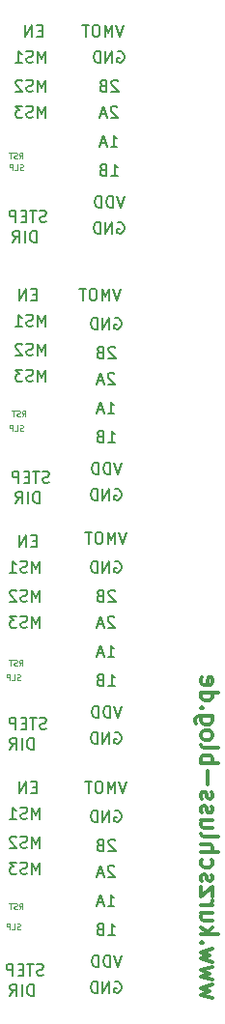
<source format=gbo>
G04 #@! TF.FileFunction,Legend,Bot*
%FSLAX46Y46*%
G04 Gerber Fmt 4.6, Leading zero omitted, Abs format (unit mm)*
G04 Created by KiCad (PCBNEW (2015-01-16 BZR 5376)-product) date 27.11.2015 11:03:23*
%MOMM*%
G01*
G04 APERTURE LIST*
%ADD10C,0.100000*%
%ADD11C,0.300000*%
%ADD12C,0.200000*%
G04 APERTURE END LIST*
D10*
D11*
X148276429Y-111897144D02*
X147276429Y-111611430D01*
X147990714Y-111325716D01*
X147276429Y-111040001D01*
X148276429Y-110754287D01*
X148276429Y-110325715D02*
X147276429Y-110040001D01*
X147990714Y-109754287D01*
X147276429Y-109468572D01*
X148276429Y-109182858D01*
X148276429Y-108754286D02*
X147276429Y-108468572D01*
X147990714Y-108182858D01*
X147276429Y-107897143D01*
X148276429Y-107611429D01*
X147419286Y-107040000D02*
X147347857Y-106968572D01*
X147276429Y-107040000D01*
X147347857Y-107111429D01*
X147419286Y-107040000D01*
X147276429Y-107040000D01*
X147276429Y-106325714D02*
X148776429Y-106325714D01*
X147847857Y-106182857D02*
X147276429Y-105754286D01*
X148276429Y-105754286D02*
X147705000Y-106325714D01*
X148276429Y-104468571D02*
X147276429Y-104468571D01*
X148276429Y-105111428D02*
X147490714Y-105111428D01*
X147347857Y-105040000D01*
X147276429Y-104897142D01*
X147276429Y-104682857D01*
X147347857Y-104540000D01*
X147419286Y-104468571D01*
X147276429Y-103754285D02*
X148276429Y-103754285D01*
X147990714Y-103754285D02*
X148133571Y-103682857D01*
X148205000Y-103611428D01*
X148276429Y-103468571D01*
X148276429Y-103325714D01*
X148276429Y-102968571D02*
X148276429Y-102182857D01*
X147276429Y-102968571D01*
X147276429Y-102182857D01*
X147347857Y-101682857D02*
X147276429Y-101540000D01*
X147276429Y-101254285D01*
X147347857Y-101111428D01*
X147490714Y-101040000D01*
X147562143Y-101040000D01*
X147705000Y-101111428D01*
X147776429Y-101254285D01*
X147776429Y-101468571D01*
X147847857Y-101611428D01*
X147990714Y-101682857D01*
X148062143Y-101682857D01*
X148205000Y-101611428D01*
X148276429Y-101468571D01*
X148276429Y-101254285D01*
X148205000Y-101111428D01*
X147347857Y-99754285D02*
X147276429Y-99897142D01*
X147276429Y-100182856D01*
X147347857Y-100325714D01*
X147419286Y-100397142D01*
X147562143Y-100468571D01*
X147990714Y-100468571D01*
X148133571Y-100397142D01*
X148205000Y-100325714D01*
X148276429Y-100182856D01*
X148276429Y-99897142D01*
X148205000Y-99754285D01*
X147276429Y-99111428D02*
X148776429Y-99111428D01*
X147276429Y-98468571D02*
X148062143Y-98468571D01*
X148205000Y-98540000D01*
X148276429Y-98682857D01*
X148276429Y-98897142D01*
X148205000Y-99040000D01*
X148133571Y-99111428D01*
X147276429Y-97539999D02*
X147347857Y-97682857D01*
X147490714Y-97754285D01*
X148776429Y-97754285D01*
X148276429Y-96325714D02*
X147276429Y-96325714D01*
X148276429Y-96968571D02*
X147490714Y-96968571D01*
X147347857Y-96897143D01*
X147276429Y-96754285D01*
X147276429Y-96540000D01*
X147347857Y-96397143D01*
X147419286Y-96325714D01*
X147347857Y-95682857D02*
X147276429Y-95540000D01*
X147276429Y-95254285D01*
X147347857Y-95111428D01*
X147490714Y-95040000D01*
X147562143Y-95040000D01*
X147705000Y-95111428D01*
X147776429Y-95254285D01*
X147776429Y-95468571D01*
X147847857Y-95611428D01*
X147990714Y-95682857D01*
X148062143Y-95682857D01*
X148205000Y-95611428D01*
X148276429Y-95468571D01*
X148276429Y-95254285D01*
X148205000Y-95111428D01*
X147347857Y-94468571D02*
X147276429Y-94325714D01*
X147276429Y-94039999D01*
X147347857Y-93897142D01*
X147490714Y-93825714D01*
X147562143Y-93825714D01*
X147705000Y-93897142D01*
X147776429Y-94039999D01*
X147776429Y-94254285D01*
X147847857Y-94397142D01*
X147990714Y-94468571D01*
X148062143Y-94468571D01*
X148205000Y-94397142D01*
X148276429Y-94254285D01*
X148276429Y-94039999D01*
X148205000Y-93897142D01*
X147847857Y-93182856D02*
X147847857Y-92039999D01*
X147276429Y-91325713D02*
X148776429Y-91325713D01*
X148205000Y-91325713D02*
X148276429Y-91182856D01*
X148276429Y-90897142D01*
X148205000Y-90754285D01*
X148133571Y-90682856D01*
X147990714Y-90611427D01*
X147562143Y-90611427D01*
X147419286Y-90682856D01*
X147347857Y-90754285D01*
X147276429Y-90897142D01*
X147276429Y-91182856D01*
X147347857Y-91325713D01*
X147276429Y-89754284D02*
X147347857Y-89897142D01*
X147490714Y-89968570D01*
X148776429Y-89968570D01*
X147276429Y-88968570D02*
X147347857Y-89111428D01*
X147419286Y-89182856D01*
X147562143Y-89254285D01*
X147990714Y-89254285D01*
X148133571Y-89182856D01*
X148205000Y-89111428D01*
X148276429Y-88968570D01*
X148276429Y-88754285D01*
X148205000Y-88611428D01*
X148133571Y-88539999D01*
X147990714Y-88468570D01*
X147562143Y-88468570D01*
X147419286Y-88539999D01*
X147347857Y-88611428D01*
X147276429Y-88754285D01*
X147276429Y-88968570D01*
X148276429Y-87182856D02*
X147062143Y-87182856D01*
X146919286Y-87254285D01*
X146847857Y-87325713D01*
X146776429Y-87468570D01*
X146776429Y-87682856D01*
X146847857Y-87825713D01*
X147347857Y-87182856D02*
X147276429Y-87325713D01*
X147276429Y-87611427D01*
X147347857Y-87754285D01*
X147419286Y-87825713D01*
X147562143Y-87897142D01*
X147990714Y-87897142D01*
X148133571Y-87825713D01*
X148205000Y-87754285D01*
X148276429Y-87611427D01*
X148276429Y-87325713D01*
X148205000Y-87182856D01*
X147419286Y-86468570D02*
X147347857Y-86397142D01*
X147276429Y-86468570D01*
X147347857Y-86539999D01*
X147419286Y-86468570D01*
X147276429Y-86468570D01*
X147276429Y-85111427D02*
X148776429Y-85111427D01*
X147347857Y-85111427D02*
X147276429Y-85254284D01*
X147276429Y-85539998D01*
X147347857Y-85682856D01*
X147419286Y-85754284D01*
X147562143Y-85825713D01*
X147990714Y-85825713D01*
X148133571Y-85754284D01*
X148205000Y-85682856D01*
X148276429Y-85539998D01*
X148276429Y-85254284D01*
X148205000Y-85111427D01*
X147347857Y-83825713D02*
X147276429Y-83968570D01*
X147276429Y-84254284D01*
X147347857Y-84397141D01*
X147490714Y-84468570D01*
X148062143Y-84468570D01*
X148205000Y-84397141D01*
X148276429Y-84254284D01*
X148276429Y-83968570D01*
X148205000Y-83825713D01*
X148062143Y-83754284D01*
X147919286Y-83754284D01*
X147776429Y-84468570D01*
D10*
X131405238Y-84022381D02*
X131333809Y-84046190D01*
X131214762Y-84046190D01*
X131167143Y-84022381D01*
X131143333Y-83998571D01*
X131119524Y-83950952D01*
X131119524Y-83903333D01*
X131143333Y-83855714D01*
X131167143Y-83831905D01*
X131214762Y-83808095D01*
X131310000Y-83784286D01*
X131357619Y-83760476D01*
X131381428Y-83736667D01*
X131405238Y-83689048D01*
X131405238Y-83641429D01*
X131381428Y-83593810D01*
X131357619Y-83570000D01*
X131310000Y-83546190D01*
X131190952Y-83546190D01*
X131119524Y-83570000D01*
X130667143Y-84046190D02*
X130905238Y-84046190D01*
X130905238Y-83546190D01*
X130500476Y-84046190D02*
X130500476Y-83546190D01*
X130310000Y-83546190D01*
X130262381Y-83570000D01*
X130238572Y-83593810D01*
X130214762Y-83641429D01*
X130214762Y-83712857D01*
X130238572Y-83760476D01*
X130262381Y-83784286D01*
X130310000Y-83808095D01*
X130500476Y-83808095D01*
X131337809Y-82776190D02*
X131504476Y-82538095D01*
X131623523Y-82776190D02*
X131623523Y-82276190D01*
X131433047Y-82276190D01*
X131385428Y-82300000D01*
X131361619Y-82323810D01*
X131337809Y-82371429D01*
X131337809Y-82442857D01*
X131361619Y-82490476D01*
X131385428Y-82514286D01*
X131433047Y-82538095D01*
X131623523Y-82538095D01*
X131147333Y-82752381D02*
X131075904Y-82776190D01*
X130956857Y-82776190D01*
X130909238Y-82752381D01*
X130885428Y-82728571D01*
X130861619Y-82680952D01*
X130861619Y-82633333D01*
X130885428Y-82585714D01*
X130909238Y-82561905D01*
X130956857Y-82538095D01*
X131052095Y-82514286D01*
X131099714Y-82490476D01*
X131123523Y-82466667D01*
X131147333Y-82419048D01*
X131147333Y-82371429D01*
X131123523Y-82323810D01*
X131099714Y-82300000D01*
X131052095Y-82276190D01*
X130933047Y-82276190D01*
X130861619Y-82300000D01*
X130718762Y-82276190D02*
X130433048Y-82276190D01*
X130575905Y-82776190D02*
X130575905Y-82276190D01*
D12*
X133111714Y-79446381D02*
X133111714Y-78446381D01*
X132778380Y-79160667D01*
X132445047Y-78446381D01*
X132445047Y-79446381D01*
X132016476Y-79398762D02*
X131873619Y-79446381D01*
X131635523Y-79446381D01*
X131540285Y-79398762D01*
X131492666Y-79351143D01*
X131445047Y-79255905D01*
X131445047Y-79160667D01*
X131492666Y-79065429D01*
X131540285Y-79017810D01*
X131635523Y-78970190D01*
X131826000Y-78922571D01*
X131921238Y-78874952D01*
X131968857Y-78827333D01*
X132016476Y-78732095D01*
X132016476Y-78636857D01*
X131968857Y-78541619D01*
X131921238Y-78494000D01*
X131826000Y-78446381D01*
X131587904Y-78446381D01*
X131445047Y-78494000D01*
X131111714Y-78446381D02*
X130492666Y-78446381D01*
X130826000Y-78827333D01*
X130683142Y-78827333D01*
X130587904Y-78874952D01*
X130540285Y-78922571D01*
X130492666Y-79017810D01*
X130492666Y-79255905D01*
X130540285Y-79351143D01*
X130587904Y-79398762D01*
X130683142Y-79446381D01*
X130968857Y-79446381D01*
X131064095Y-79398762D01*
X131111714Y-79351143D01*
X133111714Y-77160381D02*
X133111714Y-76160381D01*
X132778380Y-76874667D01*
X132445047Y-76160381D01*
X132445047Y-77160381D01*
X132016476Y-77112762D02*
X131873619Y-77160381D01*
X131635523Y-77160381D01*
X131540285Y-77112762D01*
X131492666Y-77065143D01*
X131445047Y-76969905D01*
X131445047Y-76874667D01*
X131492666Y-76779429D01*
X131540285Y-76731810D01*
X131635523Y-76684190D01*
X131826000Y-76636571D01*
X131921238Y-76588952D01*
X131968857Y-76541333D01*
X132016476Y-76446095D01*
X132016476Y-76350857D01*
X131968857Y-76255619D01*
X131921238Y-76208000D01*
X131826000Y-76160381D01*
X131587904Y-76160381D01*
X131445047Y-76208000D01*
X131064095Y-76255619D02*
X131016476Y-76208000D01*
X130921238Y-76160381D01*
X130683142Y-76160381D01*
X130587904Y-76208000D01*
X130540285Y-76255619D01*
X130492666Y-76350857D01*
X130492666Y-76446095D01*
X130540285Y-76588952D01*
X131111714Y-77160381D01*
X130492666Y-77160381D01*
X133111714Y-74620381D02*
X133111714Y-73620381D01*
X132778380Y-74334667D01*
X132445047Y-73620381D01*
X132445047Y-74620381D01*
X132016476Y-74572762D02*
X131873619Y-74620381D01*
X131635523Y-74620381D01*
X131540285Y-74572762D01*
X131492666Y-74525143D01*
X131445047Y-74429905D01*
X131445047Y-74334667D01*
X131492666Y-74239429D01*
X131540285Y-74191810D01*
X131635523Y-74144190D01*
X131826000Y-74096571D01*
X131921238Y-74048952D01*
X131968857Y-74001333D01*
X132016476Y-73906095D01*
X132016476Y-73810857D01*
X131968857Y-73715619D01*
X131921238Y-73668000D01*
X131826000Y-73620381D01*
X131587904Y-73620381D01*
X131445047Y-73668000D01*
X130492666Y-74620381D02*
X131064095Y-74620381D01*
X130778381Y-74620381D02*
X130778381Y-73620381D01*
X130873619Y-73763238D01*
X130968857Y-73858476D01*
X131064095Y-73906095D01*
X132818095Y-71810571D02*
X132484761Y-71810571D01*
X132341904Y-72334381D02*
X132818095Y-72334381D01*
X132818095Y-71334381D01*
X132341904Y-71334381D01*
X131913333Y-72334381D02*
X131913333Y-71334381D01*
X131341904Y-72334381D01*
X131341904Y-71334381D01*
X133699048Y-88288762D02*
X133556191Y-88336381D01*
X133318095Y-88336381D01*
X133222857Y-88288762D01*
X133175238Y-88241143D01*
X133127619Y-88145905D01*
X133127619Y-88050667D01*
X133175238Y-87955429D01*
X133222857Y-87907810D01*
X133318095Y-87860190D01*
X133508572Y-87812571D01*
X133603810Y-87764952D01*
X133651429Y-87717333D01*
X133699048Y-87622095D01*
X133699048Y-87526857D01*
X133651429Y-87431619D01*
X133603810Y-87384000D01*
X133508572Y-87336381D01*
X133270476Y-87336381D01*
X133127619Y-87384000D01*
X132841905Y-87336381D02*
X132270476Y-87336381D01*
X132556191Y-88336381D02*
X132556191Y-87336381D01*
X131937143Y-87812571D02*
X131603809Y-87812571D01*
X131460952Y-88336381D02*
X131937143Y-88336381D01*
X131937143Y-87336381D01*
X131460952Y-87336381D01*
X131032381Y-88336381D02*
X131032381Y-87336381D01*
X130651428Y-87336381D01*
X130556190Y-87384000D01*
X130508571Y-87431619D01*
X130460952Y-87526857D01*
X130460952Y-87669714D01*
X130508571Y-87764952D01*
X130556190Y-87812571D01*
X130651428Y-87860190D01*
X131032381Y-87860190D01*
X132572000Y-90114381D02*
X132572000Y-89114381D01*
X132333905Y-89114381D01*
X132191047Y-89162000D01*
X132095809Y-89257238D01*
X132048190Y-89352476D01*
X132000571Y-89542952D01*
X132000571Y-89685810D01*
X132048190Y-89876286D01*
X132095809Y-89971524D01*
X132191047Y-90066762D01*
X132333905Y-90114381D01*
X132572000Y-90114381D01*
X131572000Y-90114381D02*
X131572000Y-89114381D01*
X130524381Y-90114381D02*
X130857715Y-89638190D01*
X131095810Y-90114381D02*
X131095810Y-89114381D01*
X130714857Y-89114381D01*
X130619619Y-89162000D01*
X130572000Y-89209619D01*
X130524381Y-89304857D01*
X130524381Y-89447714D01*
X130572000Y-89542952D01*
X130619619Y-89590571D01*
X130714857Y-89638190D01*
X131095810Y-89638190D01*
X139699904Y-88654000D02*
X139795142Y-88606381D01*
X139937999Y-88606381D01*
X140080857Y-88654000D01*
X140176095Y-88749238D01*
X140223714Y-88844476D01*
X140271333Y-89034952D01*
X140271333Y-89177810D01*
X140223714Y-89368286D01*
X140176095Y-89463524D01*
X140080857Y-89558762D01*
X139937999Y-89606381D01*
X139842761Y-89606381D01*
X139699904Y-89558762D01*
X139652285Y-89511143D01*
X139652285Y-89177810D01*
X139842761Y-89177810D01*
X139223714Y-89606381D02*
X139223714Y-88606381D01*
X138652285Y-89606381D01*
X138652285Y-88606381D01*
X138176095Y-89606381D02*
X138176095Y-88606381D01*
X137938000Y-88606381D01*
X137795142Y-88654000D01*
X137699904Y-88749238D01*
X137652285Y-88844476D01*
X137604666Y-89034952D01*
X137604666Y-89177810D01*
X137652285Y-89368286D01*
X137699904Y-89463524D01*
X137795142Y-89558762D01*
X137938000Y-89606381D01*
X138176095Y-89606381D01*
X140271333Y-86320381D02*
X139938000Y-87320381D01*
X139604666Y-86320381D01*
X139271333Y-87320381D02*
X139271333Y-86320381D01*
X139033238Y-86320381D01*
X138890380Y-86368000D01*
X138795142Y-86463238D01*
X138747523Y-86558476D01*
X138699904Y-86748952D01*
X138699904Y-86891810D01*
X138747523Y-87082286D01*
X138795142Y-87177524D01*
X138890380Y-87272762D01*
X139033238Y-87320381D01*
X139271333Y-87320381D01*
X138271333Y-87320381D02*
X138271333Y-86320381D01*
X138033238Y-86320381D01*
X137890380Y-86368000D01*
X137795142Y-86463238D01*
X137747523Y-86558476D01*
X137699904Y-86748952D01*
X137699904Y-86891810D01*
X137747523Y-87082286D01*
X137795142Y-87177524D01*
X137890380Y-87272762D01*
X138033238Y-87320381D01*
X138271333Y-87320381D01*
X139152285Y-84526381D02*
X139723714Y-84526381D01*
X139438000Y-84526381D02*
X139438000Y-83526381D01*
X139533238Y-83669238D01*
X139628476Y-83764476D01*
X139723714Y-83812095D01*
X138390380Y-84002571D02*
X138247523Y-84050190D01*
X138199904Y-84097810D01*
X138152285Y-84193048D01*
X138152285Y-84335905D01*
X138199904Y-84431143D01*
X138247523Y-84478762D01*
X138342761Y-84526381D01*
X138723714Y-84526381D01*
X138723714Y-83526381D01*
X138390380Y-83526381D01*
X138295142Y-83574000D01*
X138247523Y-83621619D01*
X138199904Y-83716857D01*
X138199904Y-83812095D01*
X138247523Y-83907333D01*
X138295142Y-83954952D01*
X138390380Y-84002571D01*
X138723714Y-84002571D01*
X139080857Y-81986381D02*
X139652286Y-81986381D01*
X139366572Y-81986381D02*
X139366572Y-80986381D01*
X139461810Y-81129238D01*
X139557048Y-81224476D01*
X139652286Y-81272095D01*
X138699905Y-81700667D02*
X138223714Y-81700667D01*
X138795143Y-81986381D02*
X138461810Y-80986381D01*
X138128476Y-81986381D01*
X139652286Y-78541619D02*
X139604667Y-78494000D01*
X139509429Y-78446381D01*
X139271333Y-78446381D01*
X139176095Y-78494000D01*
X139128476Y-78541619D01*
X139080857Y-78636857D01*
X139080857Y-78732095D01*
X139128476Y-78874952D01*
X139699905Y-79446381D01*
X139080857Y-79446381D01*
X138699905Y-79160667D02*
X138223714Y-79160667D01*
X138795143Y-79446381D02*
X138461810Y-78446381D01*
X138128476Y-79446381D01*
X139723714Y-76255619D02*
X139676095Y-76208000D01*
X139580857Y-76160381D01*
X139342761Y-76160381D01*
X139247523Y-76208000D01*
X139199904Y-76255619D01*
X139152285Y-76350857D01*
X139152285Y-76446095D01*
X139199904Y-76588952D01*
X139771333Y-77160381D01*
X139152285Y-77160381D01*
X138390380Y-76636571D02*
X138247523Y-76684190D01*
X138199904Y-76731810D01*
X138152285Y-76827048D01*
X138152285Y-76969905D01*
X138199904Y-77065143D01*
X138247523Y-77112762D01*
X138342761Y-77160381D01*
X138723714Y-77160381D01*
X138723714Y-76160381D01*
X138390380Y-76160381D01*
X138295142Y-76208000D01*
X138247523Y-76255619D01*
X138199904Y-76350857D01*
X138199904Y-76446095D01*
X138247523Y-76541333D01*
X138295142Y-76588952D01*
X138390380Y-76636571D01*
X138723714Y-76636571D01*
X139699904Y-73668000D02*
X139795142Y-73620381D01*
X139937999Y-73620381D01*
X140080857Y-73668000D01*
X140176095Y-73763238D01*
X140223714Y-73858476D01*
X140271333Y-74048952D01*
X140271333Y-74191810D01*
X140223714Y-74382286D01*
X140176095Y-74477524D01*
X140080857Y-74572762D01*
X139937999Y-74620381D01*
X139842761Y-74620381D01*
X139699904Y-74572762D01*
X139652285Y-74525143D01*
X139652285Y-74191810D01*
X139842761Y-74191810D01*
X139223714Y-74620381D02*
X139223714Y-73620381D01*
X138652285Y-74620381D01*
X138652285Y-73620381D01*
X138176095Y-74620381D02*
X138176095Y-73620381D01*
X137938000Y-73620381D01*
X137795142Y-73668000D01*
X137699904Y-73763238D01*
X137652285Y-73858476D01*
X137604666Y-74048952D01*
X137604666Y-74191810D01*
X137652285Y-74382286D01*
X137699904Y-74477524D01*
X137795142Y-74572762D01*
X137938000Y-74620381D01*
X138176095Y-74620381D01*
X140747524Y-71080381D02*
X140414191Y-72080381D01*
X140080857Y-71080381D01*
X139747524Y-72080381D02*
X139747524Y-71080381D01*
X139414190Y-71794667D01*
X139080857Y-71080381D01*
X139080857Y-72080381D01*
X138414191Y-71080381D02*
X138223714Y-71080381D01*
X138128476Y-71128000D01*
X138033238Y-71223238D01*
X137985619Y-71413714D01*
X137985619Y-71747048D01*
X138033238Y-71937524D01*
X138128476Y-72032762D01*
X138223714Y-72080381D01*
X138414191Y-72080381D01*
X138509429Y-72032762D01*
X138604667Y-71937524D01*
X138652286Y-71747048D01*
X138652286Y-71413714D01*
X138604667Y-71223238D01*
X138509429Y-71128000D01*
X138414191Y-71080381D01*
X137699905Y-71080381D02*
X137128476Y-71080381D01*
X137414191Y-72080381D02*
X137414191Y-71080381D01*
D10*
X131405238Y-105866381D02*
X131333809Y-105890190D01*
X131214762Y-105890190D01*
X131167143Y-105866381D01*
X131143333Y-105842571D01*
X131119524Y-105794952D01*
X131119524Y-105747333D01*
X131143333Y-105699714D01*
X131167143Y-105675905D01*
X131214762Y-105652095D01*
X131310000Y-105628286D01*
X131357619Y-105604476D01*
X131381428Y-105580667D01*
X131405238Y-105533048D01*
X131405238Y-105485429D01*
X131381428Y-105437810D01*
X131357619Y-105414000D01*
X131310000Y-105390190D01*
X131190952Y-105390190D01*
X131119524Y-105414000D01*
X130667143Y-105890190D02*
X130905238Y-105890190D01*
X130905238Y-105390190D01*
X130500476Y-105890190D02*
X130500476Y-105390190D01*
X130310000Y-105390190D01*
X130262381Y-105414000D01*
X130238572Y-105437810D01*
X130214762Y-105485429D01*
X130214762Y-105556857D01*
X130238572Y-105604476D01*
X130262381Y-105628286D01*
X130310000Y-105652095D01*
X130500476Y-105652095D01*
X131337809Y-104112190D02*
X131504476Y-103874095D01*
X131623523Y-104112190D02*
X131623523Y-103612190D01*
X131433047Y-103612190D01*
X131385428Y-103636000D01*
X131361619Y-103659810D01*
X131337809Y-103707429D01*
X131337809Y-103778857D01*
X131361619Y-103826476D01*
X131385428Y-103850286D01*
X131433047Y-103874095D01*
X131623523Y-103874095D01*
X131147333Y-104088381D02*
X131075904Y-104112190D01*
X130956857Y-104112190D01*
X130909238Y-104088381D01*
X130885428Y-104064571D01*
X130861619Y-104016952D01*
X130861619Y-103969333D01*
X130885428Y-103921714D01*
X130909238Y-103897905D01*
X130956857Y-103874095D01*
X131052095Y-103850286D01*
X131099714Y-103826476D01*
X131123523Y-103802667D01*
X131147333Y-103755048D01*
X131147333Y-103707429D01*
X131123523Y-103659810D01*
X131099714Y-103636000D01*
X131052095Y-103612190D01*
X130933047Y-103612190D01*
X130861619Y-103636000D01*
X130718762Y-103612190D02*
X130433048Y-103612190D01*
X130575905Y-104112190D02*
X130575905Y-103612190D01*
D12*
X133111714Y-101036381D02*
X133111714Y-100036381D01*
X132778380Y-100750667D01*
X132445047Y-100036381D01*
X132445047Y-101036381D01*
X132016476Y-100988762D02*
X131873619Y-101036381D01*
X131635523Y-101036381D01*
X131540285Y-100988762D01*
X131492666Y-100941143D01*
X131445047Y-100845905D01*
X131445047Y-100750667D01*
X131492666Y-100655429D01*
X131540285Y-100607810D01*
X131635523Y-100560190D01*
X131826000Y-100512571D01*
X131921238Y-100464952D01*
X131968857Y-100417333D01*
X132016476Y-100322095D01*
X132016476Y-100226857D01*
X131968857Y-100131619D01*
X131921238Y-100084000D01*
X131826000Y-100036381D01*
X131587904Y-100036381D01*
X131445047Y-100084000D01*
X131111714Y-100036381D02*
X130492666Y-100036381D01*
X130826000Y-100417333D01*
X130683142Y-100417333D01*
X130587904Y-100464952D01*
X130540285Y-100512571D01*
X130492666Y-100607810D01*
X130492666Y-100845905D01*
X130540285Y-100941143D01*
X130587904Y-100988762D01*
X130683142Y-101036381D01*
X130968857Y-101036381D01*
X131064095Y-100988762D01*
X131111714Y-100941143D01*
X133111714Y-98750381D02*
X133111714Y-97750381D01*
X132778380Y-98464667D01*
X132445047Y-97750381D01*
X132445047Y-98750381D01*
X132016476Y-98702762D02*
X131873619Y-98750381D01*
X131635523Y-98750381D01*
X131540285Y-98702762D01*
X131492666Y-98655143D01*
X131445047Y-98559905D01*
X131445047Y-98464667D01*
X131492666Y-98369429D01*
X131540285Y-98321810D01*
X131635523Y-98274190D01*
X131826000Y-98226571D01*
X131921238Y-98178952D01*
X131968857Y-98131333D01*
X132016476Y-98036095D01*
X132016476Y-97940857D01*
X131968857Y-97845619D01*
X131921238Y-97798000D01*
X131826000Y-97750381D01*
X131587904Y-97750381D01*
X131445047Y-97798000D01*
X131064095Y-97845619D02*
X131016476Y-97798000D01*
X130921238Y-97750381D01*
X130683142Y-97750381D01*
X130587904Y-97798000D01*
X130540285Y-97845619D01*
X130492666Y-97940857D01*
X130492666Y-98036095D01*
X130540285Y-98178952D01*
X131111714Y-98750381D01*
X130492666Y-98750381D01*
X133111714Y-96210381D02*
X133111714Y-95210381D01*
X132778380Y-95924667D01*
X132445047Y-95210381D01*
X132445047Y-96210381D01*
X132016476Y-96162762D02*
X131873619Y-96210381D01*
X131635523Y-96210381D01*
X131540285Y-96162762D01*
X131492666Y-96115143D01*
X131445047Y-96019905D01*
X131445047Y-95924667D01*
X131492666Y-95829429D01*
X131540285Y-95781810D01*
X131635523Y-95734190D01*
X131826000Y-95686571D01*
X131921238Y-95638952D01*
X131968857Y-95591333D01*
X132016476Y-95496095D01*
X132016476Y-95400857D01*
X131968857Y-95305619D01*
X131921238Y-95258000D01*
X131826000Y-95210381D01*
X131587904Y-95210381D01*
X131445047Y-95258000D01*
X130492666Y-96210381D02*
X131064095Y-96210381D01*
X130778381Y-96210381D02*
X130778381Y-95210381D01*
X130873619Y-95353238D01*
X130968857Y-95448476D01*
X131064095Y-95496095D01*
X132818095Y-93400571D02*
X132484761Y-93400571D01*
X132341904Y-93924381D02*
X132818095Y-93924381D01*
X132818095Y-92924381D01*
X132341904Y-92924381D01*
X131913333Y-93924381D02*
X131913333Y-92924381D01*
X131341904Y-93924381D01*
X131341904Y-92924381D01*
X133445048Y-109878762D02*
X133302191Y-109926381D01*
X133064095Y-109926381D01*
X132968857Y-109878762D01*
X132921238Y-109831143D01*
X132873619Y-109735905D01*
X132873619Y-109640667D01*
X132921238Y-109545429D01*
X132968857Y-109497810D01*
X133064095Y-109450190D01*
X133254572Y-109402571D01*
X133349810Y-109354952D01*
X133397429Y-109307333D01*
X133445048Y-109212095D01*
X133445048Y-109116857D01*
X133397429Y-109021619D01*
X133349810Y-108974000D01*
X133254572Y-108926381D01*
X133016476Y-108926381D01*
X132873619Y-108974000D01*
X132587905Y-108926381D02*
X132016476Y-108926381D01*
X132302191Y-109926381D02*
X132302191Y-108926381D01*
X131683143Y-109402571D02*
X131349809Y-109402571D01*
X131206952Y-109926381D02*
X131683143Y-109926381D01*
X131683143Y-108926381D01*
X131206952Y-108926381D01*
X130778381Y-109926381D02*
X130778381Y-108926381D01*
X130397428Y-108926381D01*
X130302190Y-108974000D01*
X130254571Y-109021619D01*
X130206952Y-109116857D01*
X130206952Y-109259714D01*
X130254571Y-109354952D01*
X130302190Y-109402571D01*
X130397428Y-109450190D01*
X130778381Y-109450190D01*
X132572000Y-111704381D02*
X132572000Y-110704381D01*
X132333905Y-110704381D01*
X132191047Y-110752000D01*
X132095809Y-110847238D01*
X132048190Y-110942476D01*
X132000571Y-111132952D01*
X132000571Y-111275810D01*
X132048190Y-111466286D01*
X132095809Y-111561524D01*
X132191047Y-111656762D01*
X132333905Y-111704381D01*
X132572000Y-111704381D01*
X131572000Y-111704381D02*
X131572000Y-110704381D01*
X130524381Y-111704381D02*
X130857715Y-111228190D01*
X131095810Y-111704381D02*
X131095810Y-110704381D01*
X130714857Y-110704381D01*
X130619619Y-110752000D01*
X130572000Y-110799619D01*
X130524381Y-110894857D01*
X130524381Y-111037714D01*
X130572000Y-111132952D01*
X130619619Y-111180571D01*
X130714857Y-111228190D01*
X131095810Y-111228190D01*
X139699904Y-110498000D02*
X139795142Y-110450381D01*
X139937999Y-110450381D01*
X140080857Y-110498000D01*
X140176095Y-110593238D01*
X140223714Y-110688476D01*
X140271333Y-110878952D01*
X140271333Y-111021810D01*
X140223714Y-111212286D01*
X140176095Y-111307524D01*
X140080857Y-111402762D01*
X139937999Y-111450381D01*
X139842761Y-111450381D01*
X139699904Y-111402762D01*
X139652285Y-111355143D01*
X139652285Y-111021810D01*
X139842761Y-111021810D01*
X139223714Y-111450381D02*
X139223714Y-110450381D01*
X138652285Y-111450381D01*
X138652285Y-110450381D01*
X138176095Y-111450381D02*
X138176095Y-110450381D01*
X137938000Y-110450381D01*
X137795142Y-110498000D01*
X137699904Y-110593238D01*
X137652285Y-110688476D01*
X137604666Y-110878952D01*
X137604666Y-111021810D01*
X137652285Y-111212286D01*
X137699904Y-111307524D01*
X137795142Y-111402762D01*
X137938000Y-111450381D01*
X138176095Y-111450381D01*
X140271333Y-108164381D02*
X139938000Y-109164381D01*
X139604666Y-108164381D01*
X139271333Y-109164381D02*
X139271333Y-108164381D01*
X139033238Y-108164381D01*
X138890380Y-108212000D01*
X138795142Y-108307238D01*
X138747523Y-108402476D01*
X138699904Y-108592952D01*
X138699904Y-108735810D01*
X138747523Y-108926286D01*
X138795142Y-109021524D01*
X138890380Y-109116762D01*
X139033238Y-109164381D01*
X139271333Y-109164381D01*
X138271333Y-109164381D02*
X138271333Y-108164381D01*
X138033238Y-108164381D01*
X137890380Y-108212000D01*
X137795142Y-108307238D01*
X137747523Y-108402476D01*
X137699904Y-108592952D01*
X137699904Y-108735810D01*
X137747523Y-108926286D01*
X137795142Y-109021524D01*
X137890380Y-109116762D01*
X138033238Y-109164381D01*
X138271333Y-109164381D01*
X139152285Y-106370381D02*
X139723714Y-106370381D01*
X139438000Y-106370381D02*
X139438000Y-105370381D01*
X139533238Y-105513238D01*
X139628476Y-105608476D01*
X139723714Y-105656095D01*
X138390380Y-105846571D02*
X138247523Y-105894190D01*
X138199904Y-105941810D01*
X138152285Y-106037048D01*
X138152285Y-106179905D01*
X138199904Y-106275143D01*
X138247523Y-106322762D01*
X138342761Y-106370381D01*
X138723714Y-106370381D01*
X138723714Y-105370381D01*
X138390380Y-105370381D01*
X138295142Y-105418000D01*
X138247523Y-105465619D01*
X138199904Y-105560857D01*
X138199904Y-105656095D01*
X138247523Y-105751333D01*
X138295142Y-105798952D01*
X138390380Y-105846571D01*
X138723714Y-105846571D01*
X139080857Y-103830381D02*
X139652286Y-103830381D01*
X139366572Y-103830381D02*
X139366572Y-102830381D01*
X139461810Y-102973238D01*
X139557048Y-103068476D01*
X139652286Y-103116095D01*
X138699905Y-103544667D02*
X138223714Y-103544667D01*
X138795143Y-103830381D02*
X138461810Y-102830381D01*
X138128476Y-103830381D01*
X139652286Y-100385619D02*
X139604667Y-100338000D01*
X139509429Y-100290381D01*
X139271333Y-100290381D01*
X139176095Y-100338000D01*
X139128476Y-100385619D01*
X139080857Y-100480857D01*
X139080857Y-100576095D01*
X139128476Y-100718952D01*
X139699905Y-101290381D01*
X139080857Y-101290381D01*
X138699905Y-101004667D02*
X138223714Y-101004667D01*
X138795143Y-101290381D02*
X138461810Y-100290381D01*
X138128476Y-101290381D01*
X139723714Y-98099619D02*
X139676095Y-98052000D01*
X139580857Y-98004381D01*
X139342761Y-98004381D01*
X139247523Y-98052000D01*
X139199904Y-98099619D01*
X139152285Y-98194857D01*
X139152285Y-98290095D01*
X139199904Y-98432952D01*
X139771333Y-99004381D01*
X139152285Y-99004381D01*
X138390380Y-98480571D02*
X138247523Y-98528190D01*
X138199904Y-98575810D01*
X138152285Y-98671048D01*
X138152285Y-98813905D01*
X138199904Y-98909143D01*
X138247523Y-98956762D01*
X138342761Y-99004381D01*
X138723714Y-99004381D01*
X138723714Y-98004381D01*
X138390380Y-98004381D01*
X138295142Y-98052000D01*
X138247523Y-98099619D01*
X138199904Y-98194857D01*
X138199904Y-98290095D01*
X138247523Y-98385333D01*
X138295142Y-98432952D01*
X138390380Y-98480571D01*
X138723714Y-98480571D01*
X139699904Y-95512000D02*
X139795142Y-95464381D01*
X139937999Y-95464381D01*
X140080857Y-95512000D01*
X140176095Y-95607238D01*
X140223714Y-95702476D01*
X140271333Y-95892952D01*
X140271333Y-96035810D01*
X140223714Y-96226286D01*
X140176095Y-96321524D01*
X140080857Y-96416762D01*
X139937999Y-96464381D01*
X139842761Y-96464381D01*
X139699904Y-96416762D01*
X139652285Y-96369143D01*
X139652285Y-96035810D01*
X139842761Y-96035810D01*
X139223714Y-96464381D02*
X139223714Y-95464381D01*
X138652285Y-96464381D01*
X138652285Y-95464381D01*
X138176095Y-96464381D02*
X138176095Y-95464381D01*
X137938000Y-95464381D01*
X137795142Y-95512000D01*
X137699904Y-95607238D01*
X137652285Y-95702476D01*
X137604666Y-95892952D01*
X137604666Y-96035810D01*
X137652285Y-96226286D01*
X137699904Y-96321524D01*
X137795142Y-96416762D01*
X137938000Y-96464381D01*
X138176095Y-96464381D01*
X140747524Y-92924381D02*
X140414191Y-93924381D01*
X140080857Y-92924381D01*
X139747524Y-93924381D02*
X139747524Y-92924381D01*
X139414190Y-93638667D01*
X139080857Y-92924381D01*
X139080857Y-93924381D01*
X138414191Y-92924381D02*
X138223714Y-92924381D01*
X138128476Y-92972000D01*
X138033238Y-93067238D01*
X137985619Y-93257714D01*
X137985619Y-93591048D01*
X138033238Y-93781524D01*
X138128476Y-93876762D01*
X138223714Y-93924381D01*
X138414191Y-93924381D01*
X138509429Y-93876762D01*
X138604667Y-93781524D01*
X138652286Y-93591048D01*
X138652286Y-93257714D01*
X138604667Y-93067238D01*
X138509429Y-92972000D01*
X138414191Y-92924381D01*
X137699905Y-92924381D02*
X137128476Y-92924381D01*
X137414191Y-93924381D02*
X137414191Y-92924381D01*
X140493524Y-26630381D02*
X140160191Y-27630381D01*
X139826857Y-26630381D01*
X139493524Y-27630381D02*
X139493524Y-26630381D01*
X139160190Y-27344667D01*
X138826857Y-26630381D01*
X138826857Y-27630381D01*
X138160191Y-26630381D02*
X137969714Y-26630381D01*
X137874476Y-26678000D01*
X137779238Y-26773238D01*
X137731619Y-26963714D01*
X137731619Y-27297048D01*
X137779238Y-27487524D01*
X137874476Y-27582762D01*
X137969714Y-27630381D01*
X138160191Y-27630381D01*
X138255429Y-27582762D01*
X138350667Y-27487524D01*
X138398286Y-27297048D01*
X138398286Y-26963714D01*
X138350667Y-26773238D01*
X138255429Y-26678000D01*
X138160191Y-26630381D01*
X137445905Y-26630381D02*
X136874476Y-26630381D01*
X137160191Y-27630381D02*
X137160191Y-26630381D01*
X139953904Y-28964000D02*
X140049142Y-28916381D01*
X140191999Y-28916381D01*
X140334857Y-28964000D01*
X140430095Y-29059238D01*
X140477714Y-29154476D01*
X140525333Y-29344952D01*
X140525333Y-29487810D01*
X140477714Y-29678286D01*
X140430095Y-29773524D01*
X140334857Y-29868762D01*
X140191999Y-29916381D01*
X140096761Y-29916381D01*
X139953904Y-29868762D01*
X139906285Y-29821143D01*
X139906285Y-29487810D01*
X140096761Y-29487810D01*
X139477714Y-29916381D02*
X139477714Y-28916381D01*
X138906285Y-29916381D01*
X138906285Y-28916381D01*
X138430095Y-29916381D02*
X138430095Y-28916381D01*
X138192000Y-28916381D01*
X138049142Y-28964000D01*
X137953904Y-29059238D01*
X137906285Y-29154476D01*
X137858666Y-29344952D01*
X137858666Y-29487810D01*
X137906285Y-29678286D01*
X137953904Y-29773524D01*
X138049142Y-29868762D01*
X138192000Y-29916381D01*
X138430095Y-29916381D01*
X139977714Y-31551619D02*
X139930095Y-31504000D01*
X139834857Y-31456381D01*
X139596761Y-31456381D01*
X139501523Y-31504000D01*
X139453904Y-31551619D01*
X139406285Y-31646857D01*
X139406285Y-31742095D01*
X139453904Y-31884952D01*
X140025333Y-32456381D01*
X139406285Y-32456381D01*
X138644380Y-31932571D02*
X138501523Y-31980190D01*
X138453904Y-32027810D01*
X138406285Y-32123048D01*
X138406285Y-32265905D01*
X138453904Y-32361143D01*
X138501523Y-32408762D01*
X138596761Y-32456381D01*
X138977714Y-32456381D01*
X138977714Y-31456381D01*
X138644380Y-31456381D01*
X138549142Y-31504000D01*
X138501523Y-31551619D01*
X138453904Y-31646857D01*
X138453904Y-31742095D01*
X138501523Y-31837333D01*
X138549142Y-31884952D01*
X138644380Y-31932571D01*
X138977714Y-31932571D01*
X139906286Y-33837619D02*
X139858667Y-33790000D01*
X139763429Y-33742381D01*
X139525333Y-33742381D01*
X139430095Y-33790000D01*
X139382476Y-33837619D01*
X139334857Y-33932857D01*
X139334857Y-34028095D01*
X139382476Y-34170952D01*
X139953905Y-34742381D01*
X139334857Y-34742381D01*
X138953905Y-34456667D02*
X138477714Y-34456667D01*
X139049143Y-34742381D02*
X138715810Y-33742381D01*
X138382476Y-34742381D01*
X139334857Y-37282381D02*
X139906286Y-37282381D01*
X139620572Y-37282381D02*
X139620572Y-36282381D01*
X139715810Y-36425238D01*
X139811048Y-36520476D01*
X139906286Y-36568095D01*
X138953905Y-36996667D02*
X138477714Y-36996667D01*
X139049143Y-37282381D02*
X138715810Y-36282381D01*
X138382476Y-37282381D01*
X139406285Y-39822381D02*
X139977714Y-39822381D01*
X139692000Y-39822381D02*
X139692000Y-38822381D01*
X139787238Y-38965238D01*
X139882476Y-39060476D01*
X139977714Y-39108095D01*
X138644380Y-39298571D02*
X138501523Y-39346190D01*
X138453904Y-39393810D01*
X138406285Y-39489048D01*
X138406285Y-39631905D01*
X138453904Y-39727143D01*
X138501523Y-39774762D01*
X138596761Y-39822381D01*
X138977714Y-39822381D01*
X138977714Y-38822381D01*
X138644380Y-38822381D01*
X138549142Y-38870000D01*
X138501523Y-38917619D01*
X138453904Y-39012857D01*
X138453904Y-39108095D01*
X138501523Y-39203333D01*
X138549142Y-39250952D01*
X138644380Y-39298571D01*
X138977714Y-39298571D01*
X140525333Y-41616381D02*
X140192000Y-42616381D01*
X139858666Y-41616381D01*
X139525333Y-42616381D02*
X139525333Y-41616381D01*
X139287238Y-41616381D01*
X139144380Y-41664000D01*
X139049142Y-41759238D01*
X139001523Y-41854476D01*
X138953904Y-42044952D01*
X138953904Y-42187810D01*
X139001523Y-42378286D01*
X139049142Y-42473524D01*
X139144380Y-42568762D01*
X139287238Y-42616381D01*
X139525333Y-42616381D01*
X138525333Y-42616381D02*
X138525333Y-41616381D01*
X138287238Y-41616381D01*
X138144380Y-41664000D01*
X138049142Y-41759238D01*
X138001523Y-41854476D01*
X137953904Y-42044952D01*
X137953904Y-42187810D01*
X138001523Y-42378286D01*
X138049142Y-42473524D01*
X138144380Y-42568762D01*
X138287238Y-42616381D01*
X138525333Y-42616381D01*
X139953904Y-43950000D02*
X140049142Y-43902381D01*
X140191999Y-43902381D01*
X140334857Y-43950000D01*
X140430095Y-44045238D01*
X140477714Y-44140476D01*
X140525333Y-44330952D01*
X140525333Y-44473810D01*
X140477714Y-44664286D01*
X140430095Y-44759524D01*
X140334857Y-44854762D01*
X140191999Y-44902381D01*
X140096761Y-44902381D01*
X139953904Y-44854762D01*
X139906285Y-44807143D01*
X139906285Y-44473810D01*
X140096761Y-44473810D01*
X139477714Y-44902381D02*
X139477714Y-43902381D01*
X138906285Y-44902381D01*
X138906285Y-43902381D01*
X138430095Y-44902381D02*
X138430095Y-43902381D01*
X138192000Y-43902381D01*
X138049142Y-43950000D01*
X137953904Y-44045238D01*
X137906285Y-44140476D01*
X137858666Y-44330952D01*
X137858666Y-44473810D01*
X137906285Y-44664286D01*
X137953904Y-44759524D01*
X138049142Y-44854762D01*
X138192000Y-44902381D01*
X138430095Y-44902381D01*
X132826000Y-45664381D02*
X132826000Y-44664381D01*
X132587905Y-44664381D01*
X132445047Y-44712000D01*
X132349809Y-44807238D01*
X132302190Y-44902476D01*
X132254571Y-45092952D01*
X132254571Y-45235810D01*
X132302190Y-45426286D01*
X132349809Y-45521524D01*
X132445047Y-45616762D01*
X132587905Y-45664381D01*
X132826000Y-45664381D01*
X131826000Y-45664381D02*
X131826000Y-44664381D01*
X130778381Y-45664381D02*
X131111715Y-45188190D01*
X131349810Y-45664381D02*
X131349810Y-44664381D01*
X130968857Y-44664381D01*
X130873619Y-44712000D01*
X130826000Y-44759619D01*
X130778381Y-44854857D01*
X130778381Y-44997714D01*
X130826000Y-45092952D01*
X130873619Y-45140571D01*
X130968857Y-45188190D01*
X131349810Y-45188190D01*
X133699048Y-43838762D02*
X133556191Y-43886381D01*
X133318095Y-43886381D01*
X133222857Y-43838762D01*
X133175238Y-43791143D01*
X133127619Y-43695905D01*
X133127619Y-43600667D01*
X133175238Y-43505429D01*
X133222857Y-43457810D01*
X133318095Y-43410190D01*
X133508572Y-43362571D01*
X133603810Y-43314952D01*
X133651429Y-43267333D01*
X133699048Y-43172095D01*
X133699048Y-43076857D01*
X133651429Y-42981619D01*
X133603810Y-42934000D01*
X133508572Y-42886381D01*
X133270476Y-42886381D01*
X133127619Y-42934000D01*
X132841905Y-42886381D02*
X132270476Y-42886381D01*
X132556191Y-43886381D02*
X132556191Y-42886381D01*
X131937143Y-43362571D02*
X131603809Y-43362571D01*
X131460952Y-43886381D02*
X131937143Y-43886381D01*
X131937143Y-42886381D01*
X131460952Y-42886381D01*
X131032381Y-43886381D02*
X131032381Y-42886381D01*
X130651428Y-42886381D01*
X130556190Y-42934000D01*
X130508571Y-42981619D01*
X130460952Y-43076857D01*
X130460952Y-43219714D01*
X130508571Y-43314952D01*
X130556190Y-43362571D01*
X130651428Y-43410190D01*
X131032381Y-43410190D01*
X133326095Y-27106571D02*
X132992761Y-27106571D01*
X132849904Y-27630381D02*
X133326095Y-27630381D01*
X133326095Y-26630381D01*
X132849904Y-26630381D01*
X132421333Y-27630381D02*
X132421333Y-26630381D01*
X131849904Y-27630381D01*
X131849904Y-26630381D01*
X133619714Y-29916381D02*
X133619714Y-28916381D01*
X133286380Y-29630667D01*
X132953047Y-28916381D01*
X132953047Y-29916381D01*
X132524476Y-29868762D02*
X132381619Y-29916381D01*
X132143523Y-29916381D01*
X132048285Y-29868762D01*
X132000666Y-29821143D01*
X131953047Y-29725905D01*
X131953047Y-29630667D01*
X132000666Y-29535429D01*
X132048285Y-29487810D01*
X132143523Y-29440190D01*
X132334000Y-29392571D01*
X132429238Y-29344952D01*
X132476857Y-29297333D01*
X132524476Y-29202095D01*
X132524476Y-29106857D01*
X132476857Y-29011619D01*
X132429238Y-28964000D01*
X132334000Y-28916381D01*
X132095904Y-28916381D01*
X131953047Y-28964000D01*
X131000666Y-29916381D02*
X131572095Y-29916381D01*
X131286381Y-29916381D02*
X131286381Y-28916381D01*
X131381619Y-29059238D01*
X131476857Y-29154476D01*
X131572095Y-29202095D01*
X133619714Y-32456381D02*
X133619714Y-31456381D01*
X133286380Y-32170667D01*
X132953047Y-31456381D01*
X132953047Y-32456381D01*
X132524476Y-32408762D02*
X132381619Y-32456381D01*
X132143523Y-32456381D01*
X132048285Y-32408762D01*
X132000666Y-32361143D01*
X131953047Y-32265905D01*
X131953047Y-32170667D01*
X132000666Y-32075429D01*
X132048285Y-32027810D01*
X132143523Y-31980190D01*
X132334000Y-31932571D01*
X132429238Y-31884952D01*
X132476857Y-31837333D01*
X132524476Y-31742095D01*
X132524476Y-31646857D01*
X132476857Y-31551619D01*
X132429238Y-31504000D01*
X132334000Y-31456381D01*
X132095904Y-31456381D01*
X131953047Y-31504000D01*
X131572095Y-31551619D02*
X131524476Y-31504000D01*
X131429238Y-31456381D01*
X131191142Y-31456381D01*
X131095904Y-31504000D01*
X131048285Y-31551619D01*
X131000666Y-31646857D01*
X131000666Y-31742095D01*
X131048285Y-31884952D01*
X131619714Y-32456381D01*
X131000666Y-32456381D01*
X133619714Y-34742381D02*
X133619714Y-33742381D01*
X133286380Y-34456667D01*
X132953047Y-33742381D01*
X132953047Y-34742381D01*
X132524476Y-34694762D02*
X132381619Y-34742381D01*
X132143523Y-34742381D01*
X132048285Y-34694762D01*
X132000666Y-34647143D01*
X131953047Y-34551905D01*
X131953047Y-34456667D01*
X132000666Y-34361429D01*
X132048285Y-34313810D01*
X132143523Y-34266190D01*
X132334000Y-34218571D01*
X132429238Y-34170952D01*
X132476857Y-34123333D01*
X132524476Y-34028095D01*
X132524476Y-33932857D01*
X132476857Y-33837619D01*
X132429238Y-33790000D01*
X132334000Y-33742381D01*
X132095904Y-33742381D01*
X131953047Y-33790000D01*
X131619714Y-33742381D02*
X131000666Y-33742381D01*
X131334000Y-34123333D01*
X131191142Y-34123333D01*
X131095904Y-34170952D01*
X131048285Y-34218571D01*
X131000666Y-34313810D01*
X131000666Y-34551905D01*
X131048285Y-34647143D01*
X131095904Y-34694762D01*
X131191142Y-34742381D01*
X131476857Y-34742381D01*
X131572095Y-34694762D01*
X131619714Y-34647143D01*
D10*
X131337809Y-38326190D02*
X131504476Y-38088095D01*
X131623523Y-38326190D02*
X131623523Y-37826190D01*
X131433047Y-37826190D01*
X131385428Y-37850000D01*
X131361619Y-37873810D01*
X131337809Y-37921429D01*
X131337809Y-37992857D01*
X131361619Y-38040476D01*
X131385428Y-38064286D01*
X131433047Y-38088095D01*
X131623523Y-38088095D01*
X131147333Y-38302381D02*
X131075904Y-38326190D01*
X130956857Y-38326190D01*
X130909238Y-38302381D01*
X130885428Y-38278571D01*
X130861619Y-38230952D01*
X130861619Y-38183333D01*
X130885428Y-38135714D01*
X130909238Y-38111905D01*
X130956857Y-38088095D01*
X131052095Y-38064286D01*
X131099714Y-38040476D01*
X131123523Y-38016667D01*
X131147333Y-37969048D01*
X131147333Y-37921429D01*
X131123523Y-37873810D01*
X131099714Y-37850000D01*
X131052095Y-37826190D01*
X130933047Y-37826190D01*
X130861619Y-37850000D01*
X130718762Y-37826190D02*
X130433048Y-37826190D01*
X130575905Y-38326190D02*
X130575905Y-37826190D01*
X131659238Y-39318381D02*
X131587809Y-39342190D01*
X131468762Y-39342190D01*
X131421143Y-39318381D01*
X131397333Y-39294571D01*
X131373524Y-39246952D01*
X131373524Y-39199333D01*
X131397333Y-39151714D01*
X131421143Y-39127905D01*
X131468762Y-39104095D01*
X131564000Y-39080286D01*
X131611619Y-39056476D01*
X131635428Y-39032667D01*
X131659238Y-38985048D01*
X131659238Y-38937429D01*
X131635428Y-38889810D01*
X131611619Y-38866000D01*
X131564000Y-38842190D01*
X131444952Y-38842190D01*
X131373524Y-38866000D01*
X130921143Y-39342190D02*
X131159238Y-39342190D01*
X131159238Y-38842190D01*
X130754476Y-39342190D02*
X130754476Y-38842190D01*
X130564000Y-38842190D01*
X130516381Y-38866000D01*
X130492572Y-38889810D01*
X130468762Y-38937429D01*
X130468762Y-39008857D01*
X130492572Y-39056476D01*
X130516381Y-39080286D01*
X130564000Y-39104095D01*
X130754476Y-39104095D01*
X131659238Y-62178381D02*
X131587809Y-62202190D01*
X131468762Y-62202190D01*
X131421143Y-62178381D01*
X131397333Y-62154571D01*
X131373524Y-62106952D01*
X131373524Y-62059333D01*
X131397333Y-62011714D01*
X131421143Y-61987905D01*
X131468762Y-61964095D01*
X131564000Y-61940286D01*
X131611619Y-61916476D01*
X131635428Y-61892667D01*
X131659238Y-61845048D01*
X131659238Y-61797429D01*
X131635428Y-61749810D01*
X131611619Y-61726000D01*
X131564000Y-61702190D01*
X131444952Y-61702190D01*
X131373524Y-61726000D01*
X130921143Y-62202190D02*
X131159238Y-62202190D01*
X131159238Y-61702190D01*
X130754476Y-62202190D02*
X130754476Y-61702190D01*
X130564000Y-61702190D01*
X130516381Y-61726000D01*
X130492572Y-61749810D01*
X130468762Y-61797429D01*
X130468762Y-61868857D01*
X130492572Y-61916476D01*
X130516381Y-61940286D01*
X130564000Y-61964095D01*
X130754476Y-61964095D01*
X131591809Y-60932190D02*
X131758476Y-60694095D01*
X131877523Y-60932190D02*
X131877523Y-60432190D01*
X131687047Y-60432190D01*
X131639428Y-60456000D01*
X131615619Y-60479810D01*
X131591809Y-60527429D01*
X131591809Y-60598857D01*
X131615619Y-60646476D01*
X131639428Y-60670286D01*
X131687047Y-60694095D01*
X131877523Y-60694095D01*
X131401333Y-60908381D02*
X131329904Y-60932190D01*
X131210857Y-60932190D01*
X131163238Y-60908381D01*
X131139428Y-60884571D01*
X131115619Y-60836952D01*
X131115619Y-60789333D01*
X131139428Y-60741714D01*
X131163238Y-60717905D01*
X131210857Y-60694095D01*
X131306095Y-60670286D01*
X131353714Y-60646476D01*
X131377523Y-60622667D01*
X131401333Y-60575048D01*
X131401333Y-60527429D01*
X131377523Y-60479810D01*
X131353714Y-60456000D01*
X131306095Y-60432190D01*
X131187047Y-60432190D01*
X131115619Y-60456000D01*
X130972762Y-60432190D02*
X130687048Y-60432190D01*
X130829905Y-60932190D02*
X130829905Y-60432190D01*
D12*
X133619714Y-57856381D02*
X133619714Y-56856381D01*
X133286380Y-57570667D01*
X132953047Y-56856381D01*
X132953047Y-57856381D01*
X132524476Y-57808762D02*
X132381619Y-57856381D01*
X132143523Y-57856381D01*
X132048285Y-57808762D01*
X132000666Y-57761143D01*
X131953047Y-57665905D01*
X131953047Y-57570667D01*
X132000666Y-57475429D01*
X132048285Y-57427810D01*
X132143523Y-57380190D01*
X132334000Y-57332571D01*
X132429238Y-57284952D01*
X132476857Y-57237333D01*
X132524476Y-57142095D01*
X132524476Y-57046857D01*
X132476857Y-56951619D01*
X132429238Y-56904000D01*
X132334000Y-56856381D01*
X132095904Y-56856381D01*
X131953047Y-56904000D01*
X131619714Y-56856381D02*
X131000666Y-56856381D01*
X131334000Y-57237333D01*
X131191142Y-57237333D01*
X131095904Y-57284952D01*
X131048285Y-57332571D01*
X131000666Y-57427810D01*
X131000666Y-57665905D01*
X131048285Y-57761143D01*
X131095904Y-57808762D01*
X131191142Y-57856381D01*
X131476857Y-57856381D01*
X131572095Y-57808762D01*
X131619714Y-57761143D01*
X133619714Y-55570381D02*
X133619714Y-54570381D01*
X133286380Y-55284667D01*
X132953047Y-54570381D01*
X132953047Y-55570381D01*
X132524476Y-55522762D02*
X132381619Y-55570381D01*
X132143523Y-55570381D01*
X132048285Y-55522762D01*
X132000666Y-55475143D01*
X131953047Y-55379905D01*
X131953047Y-55284667D01*
X132000666Y-55189429D01*
X132048285Y-55141810D01*
X132143523Y-55094190D01*
X132334000Y-55046571D01*
X132429238Y-54998952D01*
X132476857Y-54951333D01*
X132524476Y-54856095D01*
X132524476Y-54760857D01*
X132476857Y-54665619D01*
X132429238Y-54618000D01*
X132334000Y-54570381D01*
X132095904Y-54570381D01*
X131953047Y-54618000D01*
X131572095Y-54665619D02*
X131524476Y-54618000D01*
X131429238Y-54570381D01*
X131191142Y-54570381D01*
X131095904Y-54618000D01*
X131048285Y-54665619D01*
X131000666Y-54760857D01*
X131000666Y-54856095D01*
X131048285Y-54998952D01*
X131619714Y-55570381D01*
X131000666Y-55570381D01*
X133619714Y-53030381D02*
X133619714Y-52030381D01*
X133286380Y-52744667D01*
X132953047Y-52030381D01*
X132953047Y-53030381D01*
X132524476Y-52982762D02*
X132381619Y-53030381D01*
X132143523Y-53030381D01*
X132048285Y-52982762D01*
X132000666Y-52935143D01*
X131953047Y-52839905D01*
X131953047Y-52744667D01*
X132000666Y-52649429D01*
X132048285Y-52601810D01*
X132143523Y-52554190D01*
X132334000Y-52506571D01*
X132429238Y-52458952D01*
X132476857Y-52411333D01*
X132524476Y-52316095D01*
X132524476Y-52220857D01*
X132476857Y-52125619D01*
X132429238Y-52078000D01*
X132334000Y-52030381D01*
X132095904Y-52030381D01*
X131953047Y-52078000D01*
X131000666Y-53030381D02*
X131572095Y-53030381D01*
X131286381Y-53030381D02*
X131286381Y-52030381D01*
X131381619Y-52173238D01*
X131476857Y-52268476D01*
X131572095Y-52316095D01*
X132818095Y-50220571D02*
X132484761Y-50220571D01*
X132341904Y-50744381D02*
X132818095Y-50744381D01*
X132818095Y-49744381D01*
X132341904Y-49744381D01*
X131913333Y-50744381D02*
X131913333Y-49744381D01*
X131341904Y-50744381D01*
X131341904Y-49744381D01*
X133953048Y-66698762D02*
X133810191Y-66746381D01*
X133572095Y-66746381D01*
X133476857Y-66698762D01*
X133429238Y-66651143D01*
X133381619Y-66555905D01*
X133381619Y-66460667D01*
X133429238Y-66365429D01*
X133476857Y-66317810D01*
X133572095Y-66270190D01*
X133762572Y-66222571D01*
X133857810Y-66174952D01*
X133905429Y-66127333D01*
X133953048Y-66032095D01*
X133953048Y-65936857D01*
X133905429Y-65841619D01*
X133857810Y-65794000D01*
X133762572Y-65746381D01*
X133524476Y-65746381D01*
X133381619Y-65794000D01*
X133095905Y-65746381D02*
X132524476Y-65746381D01*
X132810191Y-66746381D02*
X132810191Y-65746381D01*
X132191143Y-66222571D02*
X131857809Y-66222571D01*
X131714952Y-66746381D02*
X132191143Y-66746381D01*
X132191143Y-65746381D01*
X131714952Y-65746381D01*
X131286381Y-66746381D02*
X131286381Y-65746381D01*
X130905428Y-65746381D01*
X130810190Y-65794000D01*
X130762571Y-65841619D01*
X130714952Y-65936857D01*
X130714952Y-66079714D01*
X130762571Y-66174952D01*
X130810190Y-66222571D01*
X130905428Y-66270190D01*
X131286381Y-66270190D01*
X133080000Y-68524381D02*
X133080000Y-67524381D01*
X132841905Y-67524381D01*
X132699047Y-67572000D01*
X132603809Y-67667238D01*
X132556190Y-67762476D01*
X132508571Y-67952952D01*
X132508571Y-68095810D01*
X132556190Y-68286286D01*
X132603809Y-68381524D01*
X132699047Y-68476762D01*
X132841905Y-68524381D01*
X133080000Y-68524381D01*
X132080000Y-68524381D02*
X132080000Y-67524381D01*
X131032381Y-68524381D02*
X131365715Y-68048190D01*
X131603810Y-68524381D02*
X131603810Y-67524381D01*
X131222857Y-67524381D01*
X131127619Y-67572000D01*
X131080000Y-67619619D01*
X131032381Y-67714857D01*
X131032381Y-67857714D01*
X131080000Y-67952952D01*
X131127619Y-68000571D01*
X131222857Y-68048190D01*
X131603810Y-68048190D01*
X139699904Y-67318000D02*
X139795142Y-67270381D01*
X139937999Y-67270381D01*
X140080857Y-67318000D01*
X140176095Y-67413238D01*
X140223714Y-67508476D01*
X140271333Y-67698952D01*
X140271333Y-67841810D01*
X140223714Y-68032286D01*
X140176095Y-68127524D01*
X140080857Y-68222762D01*
X139937999Y-68270381D01*
X139842761Y-68270381D01*
X139699904Y-68222762D01*
X139652285Y-68175143D01*
X139652285Y-67841810D01*
X139842761Y-67841810D01*
X139223714Y-68270381D02*
X139223714Y-67270381D01*
X138652285Y-68270381D01*
X138652285Y-67270381D01*
X138176095Y-68270381D02*
X138176095Y-67270381D01*
X137938000Y-67270381D01*
X137795142Y-67318000D01*
X137699904Y-67413238D01*
X137652285Y-67508476D01*
X137604666Y-67698952D01*
X137604666Y-67841810D01*
X137652285Y-68032286D01*
X137699904Y-68127524D01*
X137795142Y-68222762D01*
X137938000Y-68270381D01*
X138176095Y-68270381D01*
X140271333Y-64984381D02*
X139938000Y-65984381D01*
X139604666Y-64984381D01*
X139271333Y-65984381D02*
X139271333Y-64984381D01*
X139033238Y-64984381D01*
X138890380Y-65032000D01*
X138795142Y-65127238D01*
X138747523Y-65222476D01*
X138699904Y-65412952D01*
X138699904Y-65555810D01*
X138747523Y-65746286D01*
X138795142Y-65841524D01*
X138890380Y-65936762D01*
X139033238Y-65984381D01*
X139271333Y-65984381D01*
X138271333Y-65984381D02*
X138271333Y-64984381D01*
X138033238Y-64984381D01*
X137890380Y-65032000D01*
X137795142Y-65127238D01*
X137747523Y-65222476D01*
X137699904Y-65412952D01*
X137699904Y-65555810D01*
X137747523Y-65746286D01*
X137795142Y-65841524D01*
X137890380Y-65936762D01*
X138033238Y-65984381D01*
X138271333Y-65984381D01*
X139152285Y-63190381D02*
X139723714Y-63190381D01*
X139438000Y-63190381D02*
X139438000Y-62190381D01*
X139533238Y-62333238D01*
X139628476Y-62428476D01*
X139723714Y-62476095D01*
X138390380Y-62666571D02*
X138247523Y-62714190D01*
X138199904Y-62761810D01*
X138152285Y-62857048D01*
X138152285Y-62999905D01*
X138199904Y-63095143D01*
X138247523Y-63142762D01*
X138342761Y-63190381D01*
X138723714Y-63190381D01*
X138723714Y-62190381D01*
X138390380Y-62190381D01*
X138295142Y-62238000D01*
X138247523Y-62285619D01*
X138199904Y-62380857D01*
X138199904Y-62476095D01*
X138247523Y-62571333D01*
X138295142Y-62618952D01*
X138390380Y-62666571D01*
X138723714Y-62666571D01*
X139080857Y-60650381D02*
X139652286Y-60650381D01*
X139366572Y-60650381D02*
X139366572Y-59650381D01*
X139461810Y-59793238D01*
X139557048Y-59888476D01*
X139652286Y-59936095D01*
X138699905Y-60364667D02*
X138223714Y-60364667D01*
X138795143Y-60650381D02*
X138461810Y-59650381D01*
X138128476Y-60650381D01*
X139652286Y-57205619D02*
X139604667Y-57158000D01*
X139509429Y-57110381D01*
X139271333Y-57110381D01*
X139176095Y-57158000D01*
X139128476Y-57205619D01*
X139080857Y-57300857D01*
X139080857Y-57396095D01*
X139128476Y-57538952D01*
X139699905Y-58110381D01*
X139080857Y-58110381D01*
X138699905Y-57824667D02*
X138223714Y-57824667D01*
X138795143Y-58110381D02*
X138461810Y-57110381D01*
X138128476Y-58110381D01*
X139723714Y-54919619D02*
X139676095Y-54872000D01*
X139580857Y-54824381D01*
X139342761Y-54824381D01*
X139247523Y-54872000D01*
X139199904Y-54919619D01*
X139152285Y-55014857D01*
X139152285Y-55110095D01*
X139199904Y-55252952D01*
X139771333Y-55824381D01*
X139152285Y-55824381D01*
X138390380Y-55300571D02*
X138247523Y-55348190D01*
X138199904Y-55395810D01*
X138152285Y-55491048D01*
X138152285Y-55633905D01*
X138199904Y-55729143D01*
X138247523Y-55776762D01*
X138342761Y-55824381D01*
X138723714Y-55824381D01*
X138723714Y-54824381D01*
X138390380Y-54824381D01*
X138295142Y-54872000D01*
X138247523Y-54919619D01*
X138199904Y-55014857D01*
X138199904Y-55110095D01*
X138247523Y-55205333D01*
X138295142Y-55252952D01*
X138390380Y-55300571D01*
X138723714Y-55300571D01*
X139699904Y-52332000D02*
X139795142Y-52284381D01*
X139937999Y-52284381D01*
X140080857Y-52332000D01*
X140176095Y-52427238D01*
X140223714Y-52522476D01*
X140271333Y-52712952D01*
X140271333Y-52855810D01*
X140223714Y-53046286D01*
X140176095Y-53141524D01*
X140080857Y-53236762D01*
X139937999Y-53284381D01*
X139842761Y-53284381D01*
X139699904Y-53236762D01*
X139652285Y-53189143D01*
X139652285Y-52855810D01*
X139842761Y-52855810D01*
X139223714Y-53284381D02*
X139223714Y-52284381D01*
X138652285Y-53284381D01*
X138652285Y-52284381D01*
X138176095Y-53284381D02*
X138176095Y-52284381D01*
X137938000Y-52284381D01*
X137795142Y-52332000D01*
X137699904Y-52427238D01*
X137652285Y-52522476D01*
X137604666Y-52712952D01*
X137604666Y-52855810D01*
X137652285Y-53046286D01*
X137699904Y-53141524D01*
X137795142Y-53236762D01*
X137938000Y-53284381D01*
X138176095Y-53284381D01*
X140239524Y-49744381D02*
X139906191Y-50744381D01*
X139572857Y-49744381D01*
X139239524Y-50744381D02*
X139239524Y-49744381D01*
X138906190Y-50458667D01*
X138572857Y-49744381D01*
X138572857Y-50744381D01*
X137906191Y-49744381D02*
X137715714Y-49744381D01*
X137620476Y-49792000D01*
X137525238Y-49887238D01*
X137477619Y-50077714D01*
X137477619Y-50411048D01*
X137525238Y-50601524D01*
X137620476Y-50696762D01*
X137715714Y-50744381D01*
X137906191Y-50744381D01*
X138001429Y-50696762D01*
X138096667Y-50601524D01*
X138144286Y-50411048D01*
X138144286Y-50077714D01*
X138096667Y-49887238D01*
X138001429Y-49792000D01*
X137906191Y-49744381D01*
X137191905Y-49744381D02*
X136620476Y-49744381D01*
X136906191Y-50744381D02*
X136906191Y-49744381D01*
M02*

</source>
